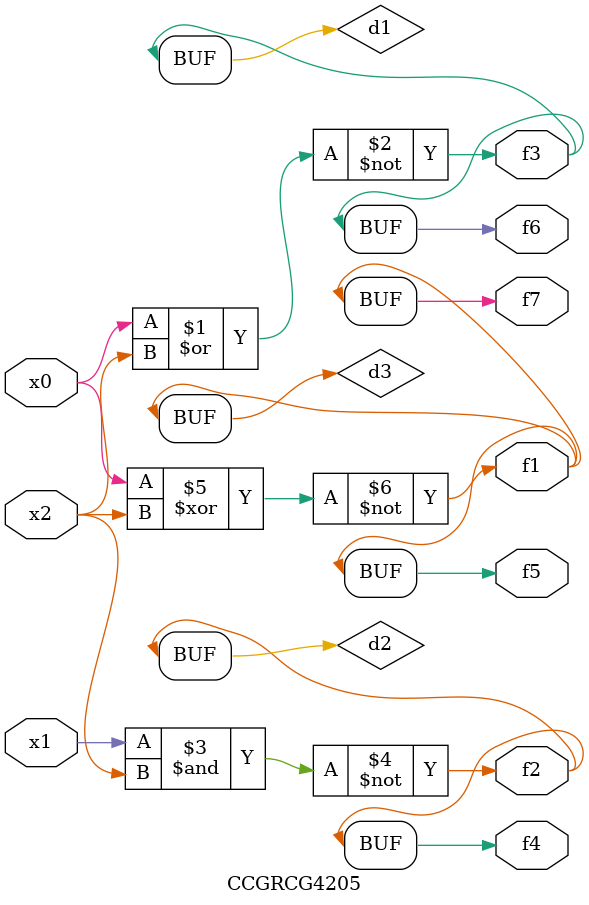
<source format=v>
module CCGRCG4205(
	input x0, x1, x2,
	output f1, f2, f3, f4, f5, f6, f7
);

	wire d1, d2, d3;

	nor (d1, x0, x2);
	nand (d2, x1, x2);
	xnor (d3, x0, x2);
	assign f1 = d3;
	assign f2 = d2;
	assign f3 = d1;
	assign f4 = d2;
	assign f5 = d3;
	assign f6 = d1;
	assign f7 = d3;
endmodule

</source>
